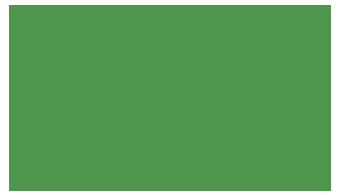
<source format=gbr>
%TF.GenerationSoftware,KiCad,Pcbnew,9.0.0*%
%TF.CreationDate,2025-04-15T14:49:33-07:00*%
%TF.ProjectId,LEDBoardBasic,4c454442-6f61-4726-9442-617369632e6b,rev?*%
%TF.SameCoordinates,Original*%
%TF.FileFunction,Soldermask,Bot*%
%TF.FilePolarity,Negative*%
%FSLAX46Y46*%
G04 Gerber Fmt 4.6, Leading zero omitted, Abs format (unit mm)*
G04 Created by KiCad (PCBNEW 9.0.0) date 2025-04-15 14:49:33*
%MOMM*%
%LPD*%
G01*
G04 APERTURE LIST*
%ADD10C,0.100000*%
%ADD11C,1.574800*%
%ADD12C,2.413000*%
G04 APERTURE END LIST*
D10*
X153139140Y-104896920D02*
X125966220Y-104894380D01*
X125966220Y-89281000D01*
X153141680Y-89278460D01*
X153139140Y-104896920D01*
G36*
X153139140Y-104896920D02*
G01*
X125966220Y-104894380D01*
X125966220Y-89281000D01*
X153141680Y-89278460D01*
X153139140Y-104896920D01*
G37*
D11*
%TO.C,H3*%
X128250021Y-102611359D03*
%TD*%
%TO.C,H4*%
X140442021Y-91816359D03*
%TD*%
D12*
%TO.C,H1*%
X128250021Y-91816359D03*
%TD*%
%TO.C,H2*%
X140442021Y-102611359D03*
%TD*%
M02*

</source>
